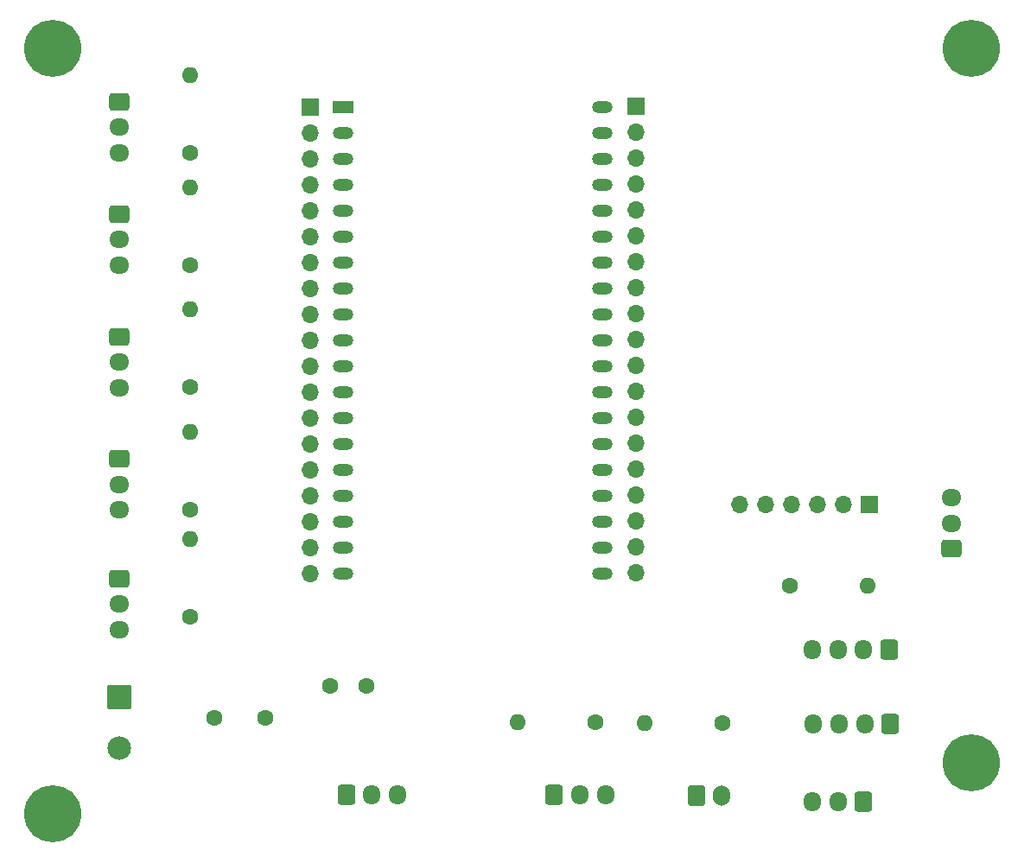
<source format=gbr>
%TF.GenerationSoftware,KiCad,Pcbnew,8.0.8*%
%TF.CreationDate,2025-01-28T10:27:55+01:00*%
%TF.ProjectId,PoolClock,506f6f6c-436c-46f6-936b-2e6b69636164,1.0*%
%TF.SameCoordinates,Original*%
%TF.FileFunction,Soldermask,Bot*%
%TF.FilePolarity,Negative*%
%FSLAX46Y46*%
G04 Gerber Fmt 4.6, Leading zero omitted, Abs format (unit mm)*
G04 Created by KiCad (PCBNEW 8.0.8) date 2025-01-28 10:27:55*
%MOMM*%
%LPD*%
G01*
G04 APERTURE LIST*
G04 Aperture macros list*
%AMRoundRect*
0 Rectangle with rounded corners*
0 $1 Rounding radius*
0 $2 $3 $4 $5 $6 $7 $8 $9 X,Y pos of 4 corners*
0 Add a 4 corners polygon primitive as box body*
4,1,4,$2,$3,$4,$5,$6,$7,$8,$9,$2,$3,0*
0 Add four circle primitives for the rounded corners*
1,1,$1+$1,$2,$3*
1,1,$1+$1,$4,$5*
1,1,$1+$1,$6,$7*
1,1,$1+$1,$8,$9*
0 Add four rect primitives between the rounded corners*
20,1,$1+$1,$2,$3,$4,$5,0*
20,1,$1+$1,$4,$5,$6,$7,0*
20,1,$1+$1,$6,$7,$8,$9,0*
20,1,$1+$1,$8,$9,$2,$3,0*%
G04 Aperture macros list end*
%ADD10RoundRect,0.250000X-0.725000X0.600000X-0.725000X-0.600000X0.725000X-0.600000X0.725000X0.600000X0*%
%ADD11O,1.950000X1.700000*%
%ADD12RoundRect,0.250000X-0.600000X-0.725000X0.600000X-0.725000X0.600000X0.725000X-0.600000X0.725000X0*%
%ADD13O,1.700000X1.950000*%
%ADD14R,1.700000X1.700000*%
%ADD15O,1.700000X1.700000*%
%ADD16RoundRect,0.250000X0.725000X-0.600000X0.725000X0.600000X-0.725000X0.600000X-0.725000X-0.600000X0*%
%ADD17C,1.600000*%
%ADD18RoundRect,0.250000X0.600000X0.725000X-0.600000X0.725000X-0.600000X-0.725000X0.600000X-0.725000X0*%
%ADD19RoundRect,0.102000X-1.050000X1.050000X-1.050000X-1.050000X1.050000X-1.050000X1.050000X1.050000X0*%
%ADD20C,2.304000*%
%ADD21O,1.600000X1.600000*%
%ADD22C,5.600000*%
%ADD23RoundRect,0.250000X-0.600000X-0.750000X0.600000X-0.750000X0.600000X0.750000X-0.600000X0.750000X0*%
%ADD24O,1.700000X2.000000*%
%ADD25R,2.000000X1.200000*%
%ADD26O,2.000000X1.200000*%
G04 APERTURE END LIST*
D10*
%TO.C,Button3*%
X86975000Y-76218440D03*
D11*
X86975000Y-78718440D03*
X86975000Y-81218440D03*
%TD*%
D12*
%TO.C,Power_Button1*%
X109220000Y-133120000D03*
D13*
X111720000Y-133120000D03*
X114220000Y-133120000D03*
%TD*%
D14*
%TO.C,J2*%
X137600000Y-65616880D03*
D15*
X137600000Y-68156880D03*
X137600000Y-70696880D03*
X137600000Y-73236880D03*
X137600000Y-75776880D03*
X137600000Y-78316880D03*
X137600000Y-80856880D03*
X137600000Y-83396880D03*
X137600000Y-85936880D03*
X137600000Y-88476880D03*
X137600000Y-91016880D03*
X137600000Y-93556880D03*
X137600000Y-96096880D03*
X137600000Y-98636880D03*
X137600000Y-101176880D03*
X137600000Y-103716880D03*
X137600000Y-106256880D03*
X137600000Y-108796880D03*
X137600000Y-111336880D03*
%TD*%
D16*
%TO.C,Light_Sensor1*%
X168500000Y-109000000D03*
D11*
X168500000Y-106500000D03*
X168500000Y-104000000D03*
%TD*%
D14*
%TO.C,J1*%
X105680000Y-65695000D03*
D15*
X105680000Y-68235000D03*
X105680000Y-70775000D03*
X105680000Y-73315000D03*
X105680000Y-75855000D03*
X105680000Y-78395000D03*
X105680000Y-80935000D03*
X105680000Y-83475000D03*
X105680000Y-86015000D03*
X105680000Y-88555000D03*
X105680000Y-91095000D03*
X105680000Y-93635000D03*
X105680000Y-96175000D03*
X105680000Y-98715000D03*
X105680000Y-101255000D03*
X105680000Y-103795000D03*
X105680000Y-106335000D03*
X105680000Y-108875000D03*
X105680000Y-111415000D03*
%TD*%
D17*
%TO.C,C2*%
X107670000Y-122420000D03*
X111170000Y-122420000D03*
%TD*%
D10*
%TO.C,LED1*%
X86975000Y-111920000D03*
D11*
X86975000Y-114420000D03*
X86975000Y-116920000D03*
%TD*%
D12*
%TO.C,DS18B20*%
X129620000Y-133120000D03*
D13*
X132120000Y-133120000D03*
X134620000Y-133120000D03*
%TD*%
D10*
%TO.C,Button4*%
X86975000Y-65218440D03*
D11*
X86975000Y-67718440D03*
X86975000Y-70218440D03*
%TD*%
D18*
%TO.C,HR-SC501_PIR1*%
X159920000Y-133820000D03*
D13*
X157420000Y-133820000D03*
X154920000Y-133820000D03*
%TD*%
D19*
%TO.C,Power1*%
X86970000Y-123582500D03*
D20*
X86970000Y-128582500D03*
%TD*%
D18*
%TO.C,AM2320*%
X162420000Y-118920000D03*
D13*
X159920000Y-118920000D03*
X157420000Y-118920000D03*
X154920000Y-118920000D03*
%TD*%
D17*
%TO.C,R7*%
X152700000Y-112620000D03*
D21*
X160320000Y-112620000D03*
%TD*%
D14*
%TO.C,DS3231*%
X160500000Y-104720000D03*
D15*
X157960000Y-104720000D03*
X155420000Y-104720000D03*
X152880000Y-104720000D03*
X150340000Y-104720000D03*
X147800000Y-104720000D03*
%TD*%
D10*
%TO.C,Button2*%
X86975000Y-88218440D03*
D11*
X86975000Y-90718440D03*
X86975000Y-93218440D03*
%TD*%
D22*
%TO.C,H4*%
X80500000Y-135000000D03*
%TD*%
D17*
%TO.C,R2*%
X93920000Y-105218440D03*
D21*
X93920000Y-97598440D03*
%TD*%
D17*
%TO.C,R1*%
X93920000Y-115720000D03*
D21*
X93920000Y-108100000D03*
%TD*%
D22*
%TO.C,H1*%
X80500000Y-60000000D03*
%TD*%
D17*
%TO.C,R3*%
X93920000Y-93140000D03*
D21*
X93920000Y-85520000D03*
%TD*%
D18*
%TO.C,LCD1*%
X162520000Y-126220000D03*
D13*
X160020000Y-126220000D03*
X157520000Y-126220000D03*
X155020000Y-126220000D03*
%TD*%
D17*
%TO.C,R4*%
X93920000Y-81220000D03*
D21*
X93920000Y-73600000D03*
%TD*%
D17*
%TO.C,R8*%
X133620000Y-126020000D03*
D21*
X126000000Y-126020000D03*
%TD*%
D22*
%TO.C,H3*%
X170500000Y-130000000D03*
%TD*%
D10*
%TO.C,Button1*%
X86975000Y-100218440D03*
D11*
X86975000Y-102718440D03*
X86975000Y-105218440D03*
%TD*%
D17*
%TO.C,C1*%
X96320000Y-125620000D03*
X101320000Y-125620000D03*
%TD*%
%TO.C,R6*%
X146120000Y-126120000D03*
D21*
X138500000Y-126120000D03*
%TD*%
D23*
%TO.C,BZ1*%
X143520000Y-133220000D03*
D24*
X146020000Y-133220000D03*
%TD*%
D17*
%TO.C,R5*%
X93920000Y-70220000D03*
D21*
X93920000Y-62600000D03*
%TD*%
D22*
%TO.C,H2*%
X170500000Y-60000000D03*
%TD*%
D25*
%TO.C,U1*%
X108925000Y-65695000D03*
D26*
X108925000Y-68235000D03*
X108925000Y-70775000D03*
X108925000Y-73315000D03*
X108925000Y-75855000D03*
X108925000Y-78395000D03*
X108925000Y-80935000D03*
X108925000Y-83475000D03*
X108925000Y-86015000D03*
X108925000Y-88555000D03*
X108925000Y-91095000D03*
X108925000Y-93635000D03*
X108925000Y-96175000D03*
X108925000Y-98715000D03*
X108925000Y-101255000D03*
X108925000Y-103795000D03*
X108925000Y-106335000D03*
X108925000Y-108875000D03*
X108925000Y-111415000D03*
X134321320Y-111412280D03*
X134321320Y-108872280D03*
X134325000Y-106335000D03*
X134325000Y-103795000D03*
X134325000Y-101255000D03*
X134325000Y-98715000D03*
X134325000Y-96175000D03*
X134325000Y-93635000D03*
X134325000Y-91095000D03*
X134325000Y-88555000D03*
X134325000Y-86015000D03*
X134325000Y-83475000D03*
X134325000Y-80935000D03*
X134325000Y-78395000D03*
X134325000Y-75855000D03*
X134325000Y-73315000D03*
X134325000Y-70775000D03*
X134325000Y-68235000D03*
X134325000Y-65695000D03*
%TD*%
M02*

</source>
